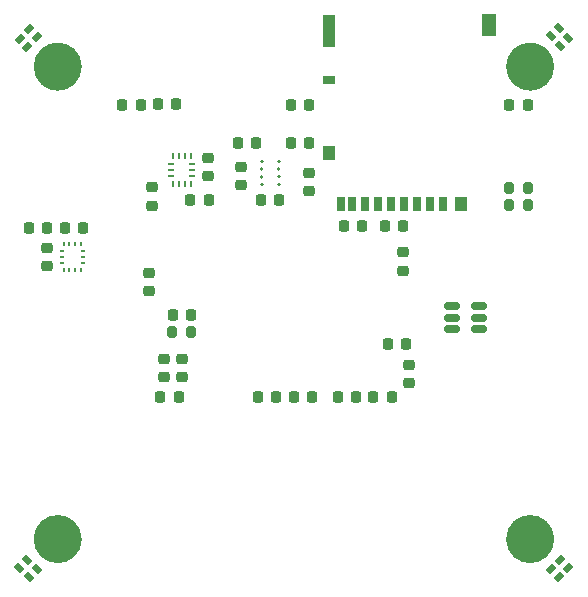
<source format=gbp>
G04 #@! TF.GenerationSoftware,KiCad,Pcbnew,9.0.2-9.0.2-0~ubuntu24.04.1*
G04 #@! TF.CreationDate,2025-06-10T13:01:30-05:00*
G04 #@! TF.ProjectId,FC,46432e6b-6963-4616-945f-706362585858,rev?*
G04 #@! TF.SameCoordinates,Original*
G04 #@! TF.FileFunction,Paste,Bot*
G04 #@! TF.FilePolarity,Positive*
%FSLAX46Y46*%
G04 Gerber Fmt 4.6, Leading zero omitted, Abs format (unit mm)*
G04 Created by KiCad (PCBNEW 9.0.2-9.0.2-0~ubuntu24.04.1) date 2025-06-10 13:01:30*
%MOMM*%
%LPD*%
G01*
G04 APERTURE LIST*
G04 Aperture macros list*
%AMRoundRect*
0 Rectangle with rounded corners*
0 $1 Rounding radius*
0 $2 $3 $4 $5 $6 $7 $8 $9 X,Y pos of 4 corners*
0 Add a 4 corners polygon primitive as box body*
4,1,4,$2,$3,$4,$5,$6,$7,$8,$9,$2,$3,0*
0 Add four circle primitives for the rounded corners*
1,1,$1+$1,$2,$3*
1,1,$1+$1,$4,$5*
1,1,$1+$1,$6,$7*
1,1,$1+$1,$8,$9*
0 Add four rect primitives between the rounded corners*
20,1,$1+$1,$2,$3,$4,$5,0*
20,1,$1+$1,$4,$5,$6,$7,0*
20,1,$1+$1,$6,$7,$8,$9,0*
20,1,$1+$1,$8,$9,$2,$3,0*%
%AMRotRect*
0 Rectangle, with rotation*
0 The origin of the aperture is its center*
0 $1 length*
0 $2 width*
0 $3 Rotation angle, in degrees counterclockwise*
0 Add horizontal line*
21,1,$1,$2,0,0,$3*%
G04 Aperture macros list end*
%ADD10C,2.050000*%
%ADD11C,0.175000*%
%ADD12RoundRect,0.225000X-0.250000X0.225000X-0.250000X-0.225000X0.250000X-0.225000X0.250000X0.225000X0*%
%ADD13RoundRect,0.225000X-0.225000X-0.250000X0.225000X-0.250000X0.225000X0.250000X-0.225000X0.250000X0*%
%ADD14RoundRect,0.200000X0.200000X0.275000X-0.200000X0.275000X-0.200000X-0.275000X0.200000X-0.275000X0*%
%ADD15RoundRect,0.225000X0.225000X0.250000X-0.225000X0.250000X-0.225000X-0.250000X0.225000X-0.250000X0*%
%ADD16R,0.250000X0.475000*%
%ADD17R,0.475000X0.250000*%
%ADD18RotRect,0.762000X0.508000X45.000000*%
%ADD19RoundRect,0.200000X-0.200000X-0.275000X0.200000X-0.275000X0.200000X0.275000X-0.200000X0.275000X0*%
%ADD20RoundRect,0.225000X0.250000X-0.225000X0.250000X0.225000X-0.250000X0.225000X-0.250000X-0.225000X0*%
%ADD21R,0.700000X1.200000*%
%ADD22R,1.000000X1.200000*%
%ADD23R,1.000000X2.800000*%
%ADD24R,1.300000X1.900000*%
%ADD25R,1.000000X0.800000*%
%ADD26RotRect,0.762000X0.508000X315.000000*%
%ADD27R,0.254000X0.431800*%
%ADD28R,0.431800X0.254000*%
%ADD29RotRect,0.762000X0.508000X225.000000*%
%ADD30RotRect,0.762000X0.508000X135.000000*%
%ADD31RoundRect,0.150000X-0.512500X-0.150000X0.512500X-0.150000X0.512500X0.150000X-0.512500X0.150000X0*%
G04 APERTURE END LIST*
D10*
X196025000Y-55000000D02*
G75*
G02*
X193975000Y-55000000I-1025000J0D01*
G01*
X193975000Y-55000000D02*
G75*
G02*
X196025000Y-55000000I1025000J0D01*
G01*
X196025000Y-95000000D02*
G75*
G02*
X193975000Y-95000000I-1025000J0D01*
G01*
X193975000Y-95000000D02*
G75*
G02*
X196025000Y-95000000I1025000J0D01*
G01*
X156025000Y-95000000D02*
G75*
G02*
X153975000Y-95000000I-1025000J0D01*
G01*
X153975000Y-95000000D02*
G75*
G02*
X156025000Y-95000000I1025000J0D01*
G01*
X156025000Y-55000000D02*
G75*
G02*
X153975000Y-55000000I-1025000J0D01*
G01*
X153975000Y-55000000D02*
G75*
G02*
X156025000Y-55000000I1025000J0D01*
G01*
D11*
X172362500Y-63025000D02*
G75*
G02*
X172187500Y-63025000I-87500J0D01*
G01*
X172187500Y-63025000D02*
G75*
G02*
X172362500Y-63025000I87500J0D01*
G01*
X172362500Y-63675000D02*
G75*
G02*
X172187500Y-63675000I-87500J0D01*
G01*
X172187500Y-63675000D02*
G75*
G02*
X172362500Y-63675000I87500J0D01*
G01*
X172362500Y-64325000D02*
G75*
G02*
X172187500Y-64325000I-87500J0D01*
G01*
X172187500Y-64325000D02*
G75*
G02*
X172362500Y-64325000I87500J0D01*
G01*
X172362500Y-64975000D02*
G75*
G02*
X172187500Y-64975000I-87500J0D01*
G01*
X172187500Y-64975000D02*
G75*
G02*
X172362500Y-64975000I87500J0D01*
G01*
X173812500Y-63025000D02*
G75*
G02*
X173637500Y-63025000I-87500J0D01*
G01*
X173637500Y-63025000D02*
G75*
G02*
X173812500Y-63025000I87500J0D01*
G01*
X173812500Y-63675000D02*
G75*
G02*
X173637500Y-63675000I-87500J0D01*
G01*
X173637500Y-63675000D02*
G75*
G02*
X173812500Y-63675000I87500J0D01*
G01*
X173812500Y-64325000D02*
G75*
G02*
X173637500Y-64325000I-87500J0D01*
G01*
X173637500Y-64325000D02*
G75*
G02*
X173812500Y-64325000I87500J0D01*
G01*
X173812500Y-64975000D02*
G75*
G02*
X173637500Y-64975000I-87500J0D01*
G01*
X173637500Y-64975000D02*
G75*
G02*
X173812500Y-64975000I87500J0D01*
G01*
D12*
X154111000Y-70344700D03*
X154111000Y-71894700D03*
D13*
X179250000Y-68500000D03*
X180800000Y-68500000D03*
D14*
X166325000Y-77500000D03*
X164675000Y-77500000D03*
D12*
X165500000Y-79725000D03*
X165500000Y-81275000D03*
D15*
X171775000Y-61500000D03*
X170225000Y-61500000D03*
X176300000Y-61500000D03*
X174750000Y-61500000D03*
D16*
X164750000Y-62587500D03*
X165250000Y-62587500D03*
X165750000Y-62587500D03*
X166250000Y-62587500D03*
D17*
X166412500Y-63250000D03*
X166412500Y-63750000D03*
X166412500Y-64250000D03*
D16*
X166250000Y-64912500D03*
X165750000Y-64912500D03*
X165250000Y-64912500D03*
X164750000Y-64912500D03*
D17*
X164587500Y-64250000D03*
X164587500Y-63750000D03*
X164587500Y-63250000D03*
D14*
X194825000Y-65250000D03*
X193175000Y-65250000D03*
D18*
X152440786Y-53309214D03*
X151769034Y-52637462D03*
X152578248Y-51828248D03*
X153250000Y-52500000D03*
D13*
X181725000Y-83000000D03*
X183275000Y-83000000D03*
X182975000Y-78500000D03*
X184525000Y-78500000D03*
D12*
X184750000Y-80225000D03*
X184750000Y-81775000D03*
D13*
X160475000Y-58250000D03*
X162025000Y-58250000D03*
D12*
X176250000Y-63975000D03*
X176250000Y-65525000D03*
D13*
X174975000Y-83000000D03*
X176525000Y-83000000D03*
D19*
X193175000Y-66750000D03*
X194825000Y-66750000D03*
D20*
X184250000Y-72275000D03*
X184250000Y-70725000D03*
X167750000Y-64275000D03*
X167750000Y-62725000D03*
D13*
X164725000Y-76000000D03*
X166275000Y-76000000D03*
X152586000Y-68619700D03*
X154136000Y-68619700D03*
D21*
X187600000Y-66600000D03*
X186500000Y-66600000D03*
X185400000Y-66600000D03*
X184300000Y-66600000D03*
X183200000Y-66600000D03*
X182100000Y-66600000D03*
X181000000Y-66600000D03*
X179900000Y-66600000D03*
D22*
X178000000Y-62300000D03*
D23*
X178000000Y-51950000D03*
D24*
X191500000Y-51500000D03*
D22*
X189150000Y-66600000D03*
D25*
X178000000Y-56100000D03*
D21*
X178950000Y-66600000D03*
D26*
X196750000Y-52431269D03*
X197421752Y-51759517D03*
X198230966Y-52568731D03*
X197559214Y-53240483D03*
D15*
X173775000Y-66250000D03*
X172225000Y-66250000D03*
X165025000Y-58200000D03*
X163475000Y-58200000D03*
D13*
X182725000Y-68500000D03*
X184275000Y-68500000D03*
X178725000Y-83000000D03*
X180275000Y-83000000D03*
X171975000Y-83000000D03*
X173525000Y-83000000D03*
D15*
X176275000Y-58250000D03*
X174725000Y-58250000D03*
X157136000Y-68619700D03*
X155586000Y-68619700D03*
D12*
X162750000Y-72475000D03*
X162750000Y-74025000D03*
D15*
X167775000Y-66250000D03*
X166225000Y-66250000D03*
D12*
X164000000Y-79725000D03*
X164000000Y-81275000D03*
D20*
X163000000Y-66775000D03*
X163000000Y-65225000D03*
D13*
X163700000Y-83000000D03*
X165250000Y-83000000D03*
D27*
X157000001Y-72250000D03*
X156500000Y-72250000D03*
X156000000Y-72250000D03*
X155499999Y-72250000D03*
D28*
X155361000Y-71619699D03*
X155361000Y-71119700D03*
X155361000Y-70619701D03*
D27*
X155499999Y-69989400D03*
X156000000Y-69989400D03*
X156500000Y-69989400D03*
X157000001Y-69989400D03*
D28*
X157139000Y-70619701D03*
X157139000Y-71119700D03*
X157139000Y-71619699D03*
D20*
X170500000Y-65025000D03*
X170500000Y-63475000D03*
D29*
X197568731Y-96759517D03*
X198240483Y-97431269D03*
X197431269Y-98240483D03*
X196759517Y-97568731D03*
D30*
X153240483Y-97568731D03*
X152568731Y-98240483D03*
X151759517Y-97431269D03*
X152431269Y-96759517D03*
D31*
X188362500Y-77200000D03*
X188362500Y-76250000D03*
X188362500Y-75300000D03*
X190637500Y-75300000D03*
X190637500Y-76250000D03*
X190637500Y-77200000D03*
D15*
X194800000Y-58250000D03*
X193250000Y-58250000D03*
M02*

</source>
